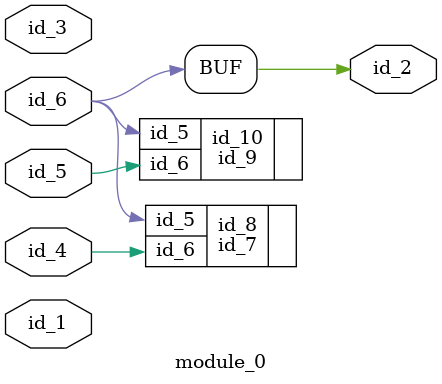
<source format=v>
module module_0 (
    id_1,
    id_2,
    id_3,
    id_4,
    id_5,
    id_6
);
  input id_6;
  input id_5;
  input id_4;
  input id_3;
  output id_2;
  input id_1;
  assign id_2 = id_6;
  id_7 id_8 (
      .id_6(id_4),
      .id_5(id_2)
  );
  id_9 id_10 (
      .id_6(id_5),
      .id_5(id_2)
  );
endmodule

</source>
